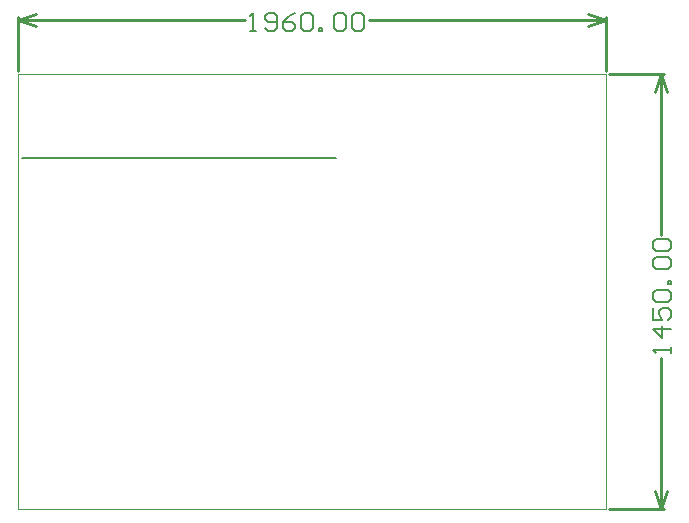
<source format=gko>
G04*
G04 #@! TF.GenerationSoftware,Altium Limited,Altium Designer,22.1.2 (22)*
G04*
G04 Layer_Color=16711935*
%FSLAX24Y24*%
%MOIN*%
G70*
G04*
G04 #@! TF.SameCoordinates,69551EEB-C68B-4B17-9CB5-8D0B25672B83*
G04*
G04*
G04 #@! TF.FilePolarity,Positive*
G04*
G01*
G75*
%ADD12C,0.0079*%
%ADD14C,0.0100*%
%ADD16C,0.0000*%
%ADD17C,0.0060*%
D12*
X150Y11700D02*
X10600D01*
D14*
X19600Y14600D02*
Y16400D01*
X0Y14600D02*
Y16400D01*
X11699Y16300D02*
X19600D01*
X0D02*
X7581D01*
X19000Y16500D02*
X19600Y16300D01*
X19000Y16100D02*
X19600Y16300D01*
X0D02*
X600Y16100D01*
X0Y16300D02*
X600Y16500D01*
X19700Y0D02*
X21525D01*
X19700Y14500D02*
X21525D01*
X21425Y0D02*
Y5031D01*
Y9149D02*
Y14500D01*
Y0D02*
X21625Y600D01*
X21225D02*
X21425Y0D01*
X21225Y13900D02*
X21425Y14500D01*
X21625Y13900D01*
D16*
X0Y0D02*
X19600D01*
Y14500D01*
X0D02*
X19600D01*
X0Y0D02*
Y14500D01*
D17*
X7741Y15940D02*
X7941D01*
X7841D01*
Y16540D01*
X7741Y16440D01*
X8240Y16040D02*
X8340Y15940D01*
X8540D01*
X8640Y16040D01*
Y16440D01*
X8540Y16540D01*
X8340D01*
X8240Y16440D01*
Y16340D01*
X8340Y16240D01*
X8640D01*
X9240Y16540D02*
X9040Y16440D01*
X8840Y16240D01*
Y16040D01*
X8940Y15940D01*
X9140D01*
X9240Y16040D01*
Y16140D01*
X9140Y16240D01*
X8840D01*
X9440Y16440D02*
X9540Y16540D01*
X9740D01*
X9840Y16440D01*
Y16040D01*
X9740Y15940D01*
X9540D01*
X9440Y16040D01*
Y16440D01*
X10040Y15940D02*
Y16040D01*
X10140D01*
Y15940D01*
X10040D01*
X10540Y16440D02*
X10640Y16540D01*
X10840D01*
X10940Y16440D01*
Y16040D01*
X10840Y15940D01*
X10640D01*
X10540Y16040D01*
Y16440D01*
X11140D02*
X11239Y16540D01*
X11439D01*
X11539Y16440D01*
Y16040D01*
X11439Y15940D01*
X11239D01*
X11140Y16040D01*
Y16440D01*
X21785Y5191D02*
Y5391D01*
Y5291D01*
X21185D01*
X21285Y5191D01*
X21785Y5990D02*
X21185D01*
X21485Y5690D01*
Y6090D01*
X21185Y6690D02*
Y6290D01*
X21485D01*
X21385Y6490D01*
Y6590D01*
X21485Y6690D01*
X21685D01*
X21785Y6590D01*
Y6390D01*
X21685Y6290D01*
X21285Y6890D02*
X21185Y6990D01*
Y7190D01*
X21285Y7290D01*
X21685D01*
X21785Y7190D01*
Y6990D01*
X21685Y6890D01*
X21285D01*
X21785Y7490D02*
X21685D01*
Y7590D01*
X21785D01*
Y7490D01*
X21285Y7990D02*
X21185Y8090D01*
Y8290D01*
X21285Y8390D01*
X21685D01*
X21785Y8290D01*
Y8090D01*
X21685Y7990D01*
X21285D01*
Y8590D02*
X21185Y8689D01*
Y8889D01*
X21285Y8989D01*
X21685D01*
X21785Y8889D01*
Y8689D01*
X21685Y8590D01*
X21285D01*
M02*

</source>
